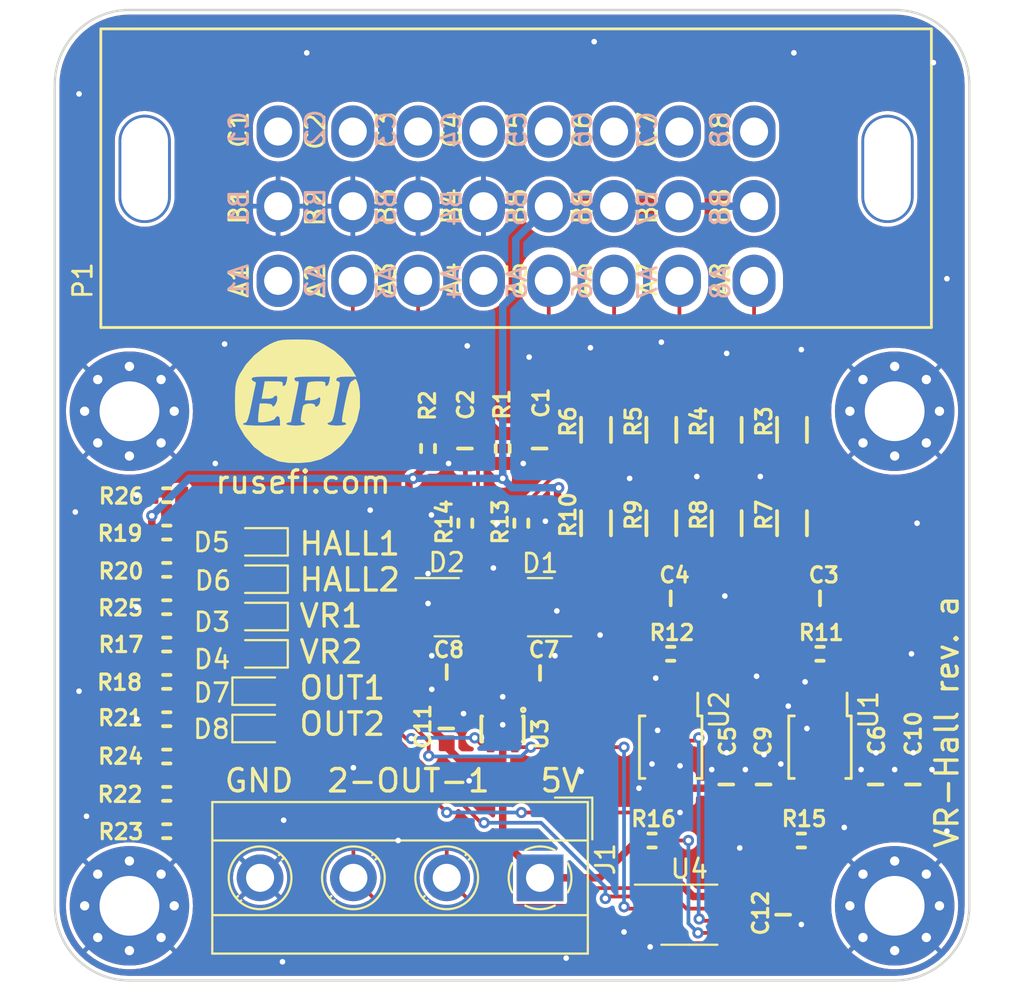
<source format=kicad_pcb>
(kicad_pcb (version 20221018) (generator pcbnew)
  (title_block (title "GDI 4ch") (date "2023-05-14") (rev "Rev. d") (company "http://rusefi.com/"))
  (layers (0 "F.Cu" signal) (31 "B.Cu" signal) (34 "B.Paste" user) (35 "F.Paste" user) (36 "B.SilkS" user "B.Silkscreen") (37 "F.SilkS" user "F.Silkscreen") (38 "B.Mask" user) (39 "F.Mask" user) (44 "Edge.Cuts" user))
  (net 0 "")
  (net 1 "/IN_HALL1")
  (net 2 "GND")
  (net 3 "/IN_HALL2")
  (net 4 "Net-(U1-IN-)")
  (net 5 "Net-(U1-IN+)")
  (net 6 "Net-(U2-IN-)")
  (net 7 "Net-(U2-IN+)")
  (net 8 "+5V")
  (net 9 "Net-(C7-Pad1)")
  (net 10 "Net-(C8-Pad1)")
  (net 11 "/VR1")
  (net 12 "Net-(D3-A)")
  (net 13 "/VR2")
  (net 14 "Net-(D4-A)")
  (net 15 "/HALL1")
  (net 16 "/HALL2")
  (net 17 "Net-(D7-K)")
  (net 18 "/OUT1")
  (net 19 "Net-(D8-K)")
  (net 20 "/OUT2")
  (net 23 "/IN_VR2-")
  (net 24 "/IN_VR2+")
  (net 25 "/IN_VR1-")
  (net 26 "/IN_VR1+")
  (net 35 "Net-(R3-Pad1)")
  (net 36 "Net-(R4-Pad1)")
  (net 37 "Net-(R5-Pad1)")
  (net 38 "Net-(R10-Pad2)")
  (net 43 "Net-(D5-A)")
  (net 44 "Net-(D6-A)")
  (footprint "Package_SO:MSOP-10_3x3mm_P0.5mm" (layer "F.Cu") (at 111 131.5 -90)
    (fp_text reference "U1")
    (fp_text value "MAX9924UAUB+")
  )
  (footprint "hellen-one-common:C0603" (layer "F.Cu") (at 111 123.5)
    (fp_text reference "C3")
    (fp_text value "1n" hide)
  )
  (footprint "LED_SMD:LED_0603_1608Metric" (layer "F.Cu") (at 81 130.5)
    (fp_text reference "D8")
    (fp_text value "GREEN")
  )
  (footprint "hellen-one-common:R1206" (layer "F.Cu") (at 99 114.5 90)
    (fp_text reference "R6")
    (fp_text value "4.7k" hide)
  )
  (footprint "hellen-one-common:R0603" (layer "F.Cu") (at 76 134 180)
    (fp_text reference "R22")
    (fp_text value "10k" hide)
  )
  (footprint "hellen-one-common:R0603" (layer "F.Cu") (at 102 136.5 180)
    (fp_text reference "R16")
    (fp_text value "10k" hide)
  )
  (footprint "hellen-one-common:R0603" (layer "F.Cu") (at 76 130 180)
    (fp_text reference "R21")
    (fp_text value "10k" hide)
  )
  (footprint "hellen-one-common:R0603" (layer "F.Cu") (at 110 136.5 180)
    (fp_text reference "R15")
    (fp_text value "10k" hide)
  )
  (footprint "hellen-one-common:C0603" (layer "F.Cu") (at 103 123.5)
    (fp_text reference "C4")
    (fp_text value "1n" hide)
  )
  (footprint "hellen-one-common:C0603" (layer "F.Cu") (at 109 140.475 90)
    (fp_text reference "C12")
    (fp_text value "100n" hide)
  )
  (footprint "hellen-one-common:R0603" (layer "F.Cu") (at 76 120 180)
    (fp_text reference "R19")
    (fp_text value "10k" hide)
  )
  (footprint "hellen-one-common:SOT-363" (layer "F.Cu") (at 94 130.5 -90)
    (fp_text reference "U3")
    (fp_text value "74HC2G17GW")
  )
  (footprint "hellen-one-common:R0603" (layer "F.Cu") (at 76 128 180)
    (fp_text reference "R18")
    (fp_text value "10k" hide)
  )
  (footprint "hellen-one-common:R1206" (layer "F.Cu") (at 109.5 119.5 90)
    (fp_text reference "R7")
    (fp_text value "4.7k" hide)
  )
  (footprint "MountingHole:MountingHole_3.2mm_M3_Pad_Via" (layer "F.Cu") (at 74 140)
    (fp_text reference "H4" hide)
    (fp_text value "MountingHole_Pad")
  )
  (footprint "hellen-one-common:R0603" (layer "F.Cu") (at 111 126.5)
    (fp_text reference "R11")
    (fp_text value "DNP" hide)
  )
  (footprint "hellen-one-common:R0603" (layer "F.Cu") (at 90 115.5 90)
    (fp_text reference "R2")
    (fp_text value "4.7k" hide)
  )
  (footprint "hellen-one-common:R0603" (layer "F.Cu") (at 76 136 180)
    (fp_text reference "R23")
    (fp_text value "DNP" hide)
  )
  (footprint "hellen-one-common:R0603" (layer "F.Cu") (at 94 115.5 90)
    (fp_text reference "R1")
    (fp_text value "4.7k" hide)
  )
  (footprint "hellen-one-common:R1206" (layer "F.Cu") (at 109.5 114.5 90)
    (fp_text reference "R3")
    (fp_text value "4.7k" hide)
  )
  (footprint "hellen-one-common:R0603" (layer "F.Cu") (at 76 118 180)
    (fp_text reference "R26")
    (fp_text value "DNP" hide)
  )
  (footprint "TerminalBlock_MetzConnect:TerminalBlock_MetzConnect_Type055_RT01504HDWU_1x04_P5.00mm_Horizontal" (layer "F.Cu") (at 96 138.5 180)
    (fp_text reference "J1")
    (fp_text value "DNP")
  )
  (footprint "hellen-one-common:R0603" (layer "F.Cu") (at 76 122 180)
    (fp_text reference "R20")
    (fp_text value "10k" hide)
  )
  (footprint "LED_SMD:LED_0603_1608Metric" (layer "F.Cu") (at 81 126.5 180)
    (fp_text reference "D4")
    (fp_text value "GREEN")
  )
  (footprint "LED_SMD:LED_0603_1608Metric" (layer "F.Cu") (at 81 122.5 180)
    (fp_text reference "D6")
    (fp_text value "GREEN")
  )
  (footprint "hellen-one-common:C0603" (layer "F.Cu") (at 91 130.5 -90)
    (fp_text reference "C11")
    (fp_text value "100n" hide)
  )
  (footprint "LED_SMD:LED_0603_1608Metric" (layer "F.Cu") (at 81 128.5)
    (fp_text reference "D7")
    (fp_text value "GREEN")
  )
  (footprint "Package_SO:MSOP-8_3x3mm_P0.65mm" (layer "F.Cu") (at 104 140.475)
    (fp_text reference "U4")
    (fp_text value "74LVC2G86")
  )
  (footprint "hellen-one-common:R1206" (layer "F.Cu") (at 106 119.5 90)
    (fp_text reference "R8")
    (fp_text value "4.7k" hide)
  )
  (footprint "hellen-one-common:C0603" (layer "F.Cu") (at 108 133.5 -90)
    (fp_text reference "C9")
    (fp_text value "22u" hide)
  )
  (footprint "hellen-one-common:R0603" (layer "F.Cu") (at 95 119.5 90)
    (fp_text reference "R13")
    (fp_text value "4.7k" hide)
  )
  (footprint "hellen-one-common:C0603" (layer "F.Cu") (at 96 115.5 -90)
    (fp_text reference "C1")
    (fp_text value "1n" hide)
  )
  (footprint "hellen-one-common:C0603" (layer "F.Cu") (at 114 133.5 -90)
    (fp_text reference "C6")
    (fp_text value "100n" hide)
  )
  (footprint "Package_SO:MSOP-10_3x3mm_P0.5mm" (layer "F.Cu") (at 103 131.5 -90)
    (fp_text reference "U2")
    (fp_text value "MAX9924UAUB+")
  )
  (footprint "MountingHole:MountingHole_3.2mm_M3_Pad_Via" (layer "F.Cu") (at 74 113.5)
    (fp_text reference "H1" hide)
    (fp_text value "MountingHole_Pad")
  )
  (footprint "hellen-one-common:C0603" (layer "F.Cu") (at 92 115.5 -90)
    (fp_text reference "C2")
    (fp_text value "1n" hide)
  )
  (footprint "hellen-one-common:C0603" (layer "F.Cu") (at 106 133.5 -90)
    (fp_text reference "C5")
    (fp_text value "100n" hide)
  )
  (footprint "hellen-one-common:C0603" (layer "F.Cu") (at 96 127.5)
    (fp_text reference "C7")
    (fp_text value "1n" hide)
  )
  (footprint "hellen-one-common:R0603" (layer "F.Cu") (at 92 119.5 90)
    (fp_text reference "R14")
    (fp_text value "4.7k" hide)
  )
  (footprint "hellen-one-common:R0603" (layer "F.Cu") (at 76 132 180)
    (fp_text reference "R24")
    (fp_text value "DNP" hide)
  )
  (footprint "hellen-one-common:R1206" (layer "F.Cu") (at 102.5 119.5 90)
    (fp_text reference "R9")
    (fp_text value "4.7k" hide)
  )
  (footprint "hellen-one-common:R0603" (layer "F.Cu") (at 76 126 180)
    (fp_text reference "R17")
    (fp_text value "10k" hide)
  )
  (footprint "hellen-one-common:C0603" (layer "F.Cu") (at 116 133.5 -90)
    (fp_text reference "C10")
    (fp_text value "22u" hide)
  )
  (footprint "MountingHole:MountingHole_3.2mm_M3_Pad_Via" (layer "F.Cu") (at 115 113.5)
    (fp_text reference "H2" hide)
    (fp_text value "MountingHole_Pad")
  )
  (footprint "hellen-one-common:R1206" (layer "F.Cu") (at 102.5 114.5 90)
    (fp_text reference "R5")
    (fp_text value "4.7k" hide)
  )
  (footprint "kicad6-libraries:33311-24AW-2" (layer "F.Cu") (at 81.9675 106.516)
    (fp_text reference "P1")
    (fp_text value "33311-24AW-2")
  )
  (footprint "LED_SMD:LED_0603_1608Metric" (layer "F.Cu") (at 81 124.5 180)
    (fp_text reference "D3")
    (fp_text value "GREEN")
  )
  (footprint "MountingHole:MountingHole_3.2mm_M3_Pad_Via" (layer "F.Cu") (at 115 140)
    (fp_text reference "H3" hide)
    (fp_text value "MountingHole_Pad")
  )
  (footprint "Package_TO_SOT_SMD:SOT-23" (layer "F.Cu") (at 96 124 180)
    (fp_text reference "D1")
    (fp_text value "BAT54S")
  )
  (footprint "hellen-one-common:R0603" (layer "F.Cu") (at 76 124 180)
    (fp_text reference "R25")
    (fp_text value "DNP" hide)
  )
  (footprint "hellen-one-common:R1206" (layer "F.Cu") (at 99 119.5 90)
    (fp_text reference "R10")
    (fp_text value "4.7k" hide)
  )
  (footprint "hellen-one-common:R0603" (layer "F.Cu") (at 103 126.5)
    (fp_text reference "R12")
    (fp_text value "DNP" hide)
  )
  (footprint "kicad6-libraries:rusefi_logo" (layer "F.Cu") (at 83 113)
    (fp_text reference "G1" hide)
    (fp_text value "RUSEFI_LOGO" hide)
  )
  (footprint "LED_SMD:LED_0603_1608Metric" (layer "F.Cu") (at 81 120.5 180)
    (fp_text reference "D5")
    (fp_text value "GREEN")
  )
  (footprint "hellen-one-common:R1206" (layer "F.Cu") (at 106 114.5 90)
    (fp_text reference "R4")
    (fp_text value "4.7k" hide)
  )
  (footprint "Package_TO_SOT_SMD:SOT-23" (layer "F.Cu") (at 91 124)
    (fp_text reference "D2")
    (fp_text value "BAT54S")
  )
  (footprint "hellen-one-common:C0603" (layer "F.Cu") (at 91 127.5 180)
    (fp_text reference "C8")
    (fp_text value "1n" hide)
  )
  (gr_arc (start 70 96) (mid 71.171573 93.171573) (end 74 92) (stroke (width 0.127)) (layer "Edge.Cuts"))
  (gr_arc (start 119 140) (mid 117.828427 142.828427) (end 115 144) (stroke (width 0.127)) (layer "Edge.Cuts"))
  (gr_line (start 74 92) (end 115 92) (stroke (width 0.127)) (layer "Edge.Cuts"))
  (gr_arc (start 74 144) (mid 71.171573 142.828427) (end 70 140) (stroke (width 0.127)) (layer "Edge.Cuts"))
  (gr_line (start 74 144) (end 115 144) (stroke (width 0.127)) (layer "Edge.Cuts"))
  (gr_arc (start 115 92) (mid 117.828427 93.171573) (end 119 96) (stroke (width 0.127)) (layer "Edge.Cuts"))
  (gr_line (start 70 140) (end 70 96) (stroke (width 0.127)) (layer "Edge.Cuts"))
  (gr_line (start 119 96) (end 119 140) (stroke (width 0.127)) (layer "Edge.Cuts"))
  (gr_text "HALL1\nHALL2\nVR1\nVR2\nOUT1\nOUT2" (at 83 130.96457) (layer "F.SilkS") (effects (font (size 1.2 1.2) (thickness 0.18)) (justify left bottom)))
  (gr_text "rusefi.com" (at 78.5 118) (layer "F.SilkS") (effects (font (size 1.2 1.2) (thickness 0.18)) (justify left bottom)))
  (gr_text "GND  2-OUT-1   5V" (at 79 134) (layer "F.SilkS") (effects (font (size 1.2 1.2) (thickness 0.18)) (justify left bottom)))
  (gr_text "VR-Hall rev. a" (at 118.5 137 90) (layer "F.SilkS") (effects (font (size 1.2 1.2) (thickness 0.18)) (justify left bottom)))
  (segment (start 96.675 117.025) (end 95 118.7) (width 0.2) (layer "F.Cu") (net 1))
  (segment (start 96 114.709999) (end 94.009999 114.709999) (width 0.2) (layer "F.Cu") (net 1))
  (segment (start 94.009999 114.709999) (end 94 114.7) (width 0.2) (layer "F.Cu") (net 1))
  (segment (start 89.4675 110.1675) (end 94 114.7) (width 0.2) (layer "F.Cu") (net 1))
  (segment (start 96.675 115.384999) (end 96.675 117.025) (width 0.2) (layer "F.Cu") (net 1))
  (segment (start 89.4675 106.516) (end 89.4675 110.1675) (width 0.2) (layer "F.Cu") (net 1))
  (segment (start 96 114.709999) (end 96.675 115.384999) (width 0.2) (layer "F.Cu") (net 1))
  (via (at 90 122.2) (size 0.6) (drill 0.3) (layers "F.Cu" "B.Cu") (net 2))
  (via (at 106 110.4) (size 0.6) (drill 0.3) (layers "F.Cu" "B.Cu") (net 2))
  (via (at 90.2 128.4) (size 0.6) (drill 0.3) (layers "F.Cu" "B.Cu") (net 2))
  (via (at 82.2 143) (size 0.6) (drill 0.3) (layers "F.Cu" "B.Cu") (net 2))
  (via (at 86.9 118.8) (size 0.6) (drill 0.3) (layers "F.Cu" "B.Cu") (net 2))
  (via (at 93.7 119.5) (size 0.6) (drill 0.3) (layers "F.Cu" "B.Cu") (net 2))
  (via (at 94 128.8) (size 0.6) (drill 0.3) (layers "F.Cu" "B.Cu") (net 2))
  (via (at 96.288 119.391801) (size 0.6) (drill 0.3) (layers "F.Cu" "B.Cu") (net 2))
  (via (at 74.4 118) (size 0.6) (drill 0.3) (layers "F.Cu" "B.Cu") (net 2))
  (via (at 95.1 116.3) (size 0.6) (drill 0.3) (layers "F.Cu" "B.Cu") (net 2))
  (via (at 93.5 121.9) (size 0.6) (drill 0.3) (layers "F.Cu" "B.Cu") (net 2))
  (via (at 79.1 109.9) (size 0.6) (drill 0.3) (layers "F.Cu" "B.Cu") (net 2))
  (via (at 91.9 129.7) (size 0.6) (drill 0.3) (layers "F.Cu" "B.Cu") (net 2))
  (via (at 92.1 110) (size 0.6) (drill 0.3) (layers "F.Cu" "B.Cu") (net 2))
  (via (at 96.8 126.6) (size 0.6) (drill 0.3) (layers "F.Cu" "B.Cu") (net 2))
  (via (at 74.4 130) (size 0.6) (drill 0.3) (layers "F.Cu" "B.Cu") (net 2))
  (via (at 116 131.8) (size 0.6) (drill 0.3) (layers "F.Cu" "B.Cu") (net 2))
  (via (at 91.1 116.3) (size 0.6) (drill 0.3) (layers "F.Cu" "B.Cu") (net 2))
  (via (at 98.7 110.1) (size 0.6) (drill 0.3) (layers "F.Cu" "B.Cu") (net 2))
  (via (at 106 131.8) (size 0.6) (drill 0.3) (layers "F.Cu" "B.Cu") (net 2))
  (via (at 82.263524 135.412469) (size 0.6) (drill 0.3) (layers "F.Cu" "B.Cu") (net 2))
  (via (at 113.2 132.7) (size 0.6) (drill 0.3) (layers "F.Cu" "B.Cu") (net 2))
  (via (at 90.2 126.6) (size 0.6) (drill 0.3) (layers "F.Cu" "B.Cu") (net 2))
  (via (at 97.4 142.8) (size 0.6) (drill 0.3) (layers "F.Cu" "B.Cu") (net 2))
  (via (at 110.2 128) (size 0.6) (drill 0.3) (layers "F.Cu" "B.Cu") (net 2))
  (via (at 117.074117 94.822643) (size 0.6) (drill 0.3) (layers "F.Cu" "B.Cu") (net 2))
  (via (at 109.3 129.3) (size 0.6) (drill 0.3) (layers "F.Cu" "B.Cu") (net 2))
  (via (at 71.7 135.2) (size 0.6) (drill 0.3) (layers "F.Cu" "B.Cu") (net 2))
  (via (at 110 141) (size 0.6) (drill 0.3) (layers "F.Cu" "B.Cu") (net 2))
  (via (at 99.217348 125.493297) (size 0.6) (drill 0.3) (layers "F.Cu" "B.Cu") (net 2))
  (via (at 107 132.7) (size 0.6) (drill 0.3) (layers "F.Cu" "B.Cu") (net 2))
  (via (at 88.4 136.5) (size 0.6) (drill 0.3) (layers "F.Cu" "B.Cu") (net 2))
  (via (at 103.5 132.5) (size 0.6) (drill 0.3) (layers "F.Cu" "B.Cu") (net 2))
  (via (at 98.2 132.8) (size 0.6) (drill 0.3) (layers "F.Cu" "B.Cu") (net 2))
  (via (at 71.3 128.5) (size 0.6) (drill 0.3) (layers "F.Cu" "B.Cu") (net 2))
  (via (at 100.5 141.4) (size 0.6) (drill 0.3) (layers "F.Cu" "B.Cu") (net 2))
  (via (at 117 132.7) (size 0.6) (drill 0.3) (layers "F.Cu" "B.Cu") (net 2))
  (via (at 96.9 124.2) (size 0.6) (drill 0.3) (layers "F.Cu" "B.Cu") (net 2))
  (via (at 92.2 133.3) (size 0.6) (drill 0.3) (layers "F.Cu" "B.Cu") (net 2))
  (via (at 112.3 135.8) (size 0.6) (drill 0.3) (layers "F.Cu" "B.Cu") (net 2))
  (via (at 101.3 133.7) (size 0.6) (drill 0.3) (layers "F.Cu" "B.Cu") (net 2))
  (via (at 114 131.8) (size 0.6) (drill 0.3) (layers "F.Cu" "B.Cu") (net 2))
  (via (at 74.4 124) (size 0.6) (drill 0.3) (layers "F.Cu" "B.Cu") (net 2))
  (via (at 90.179839 119.058798) (size 0.6) (drill 0.3) (layers "F.Cu" "B.Cu") (net 2))
  (via (at 117.8 106.4) (size 0.6) (drill 0.3) (layers "F.Cu" "B.Cu") (net 2))
  (via (at 117.8 136) (size 0.6) (drill 0.3) (layers "F.Cu" "B.Cu") (net 2))
  (via (at 71.3 96.5) (size 0.6) (drill 0.3) (layers "F.Cu" "B.Cu") (net 2))
  (via (at 78.6 116.3) (size 0.6) (drill 0.3) (layers "F.Cu" "B.Cu") (net 2))
  (via (at 116.2 119.5) (size 0.6) (drill 0.3) (layers "F.Cu" "B.Cu") (net 2))
  (via (at 102.5 109.8) (size 0.6) (drill 0.3) (layers "F.Cu" "B.Cu") (net 2))
  (via (at 105.9 123.4) (size 0.6) (drill 0.3) (layers "F.Cu" "B.Cu") (net 2))
  (via (at 90 123.8) (size 0.6) (drill 0.3) (layers "F.Cu" "B.Cu") (net 2))
  (via (at 86 132.6) (size 0.6) (drill 0.3) (layers "F.Cu" "B.Cu") (net 2))
  (via (at 103.5 135) (size 0.6) (drill 0.3) (layers "F.Cu" "B.Cu") (net 2))
  (via (at 102 132.4) (size 0.6) (drill 0.3) (layers "F.Cu" "B.Cu") (net 2))
  (via (at 110.3 130.5) (size 0.6) (drill 0.3) (layers "F.Cu" "B.Cu") (net 2))
  (via (at 102.3 130.6) (size 0.6) (drill 0.3) (layers "F.Cu" "B.Cu") (net 2))
  (via (at 101.9 142.2) (size 0.6) (drill 0.3) (layers "F.Cu" "B.Cu") (net 2))
  (via (at 71.1 118.9) (size 0.6) (drill 0.3) (layers "F.Cu" "B.Cu") (net 2))
  (via (at 95.41562 110.598878) (size 0.6) (drill 0.3) (layers "F.Cu" "B.Cu") (net 2))
  (via (at 110 110.2) (size 0.6) (drill 0.3) (layers "F.Cu" "B.Cu") (net 2))
  (via (at 108 131.9) (size 0.6) (drill 0.3) (layers "F.Cu" "B.Cu") (net 2))
  (via (at 104.4 117) (size 0.6) (drill 0.3) (layers "F.Cu" "B.Cu") (net 2))
  (via (at 94 130.3) (size 0.6) (drill 0.3) (layers "F.Cu" "B.Cu") (net 2))
  (via (at 105.2 132.7) (size 0.6) (drill 0.3) (layers "F.Cu" "B.Cu") (net 2))
  (via (at 108.9 132.4) (size 0.6) (drill 0.3) (layers "F.Cu" "B.Cu") (net 2))
  (via (at 109.6 94.3) (size 0.6) (drill 0.3) (layers "F.Cu" "B.Cu") (net 2))
  (via (at 106.7 136.9) (size 0.6) (drill 0.3) (layers "F.Cu" "B.Cu") (net 2))
  (via (at 115.9 126.5) (size 0.6) (drill 0.3) (layers "F.Cu" "B.Cu") (net 2))
  (via (at 107.8 117) (size 0.6) (drill 0.3) (layers "F.Cu" "B.Cu") (net 2))
  (via (at 102.2 127.8) (size 0.6) (drill 0.3) (layers "F.Cu" "B.Cu") (net 2))
  (via (at 115 132.7) (size 0.6) (drill 0.3) (layers "F.Cu" "B.Cu") (net 2))
  (via (at 107.6 127.7) (size 0.6) (drill 0.3) (layers "F.Cu" "B.Cu") (net 2))
  (via (at 100.8 117.1) (size 0.6) (drill 0.3) (layers "F.Cu" "B.Cu") (net 2))
  (via (at 98.9 93.7) (size 0.6) (drill 0.3) (layers "F.Cu" "B.Cu") (net 2))
  (via (at 83.5 94.3) (size 0.6) (drill 0.3) (layers "F.Cu" "B.Cu") (net 2))
  (segment (start 90 114.7) (end 85.9675 110.6675) (width 0.2) (layer "F.Cu") (net 3))
  (segment (start 92.675 115.384999) (end 92.675 118.025) (width 0.2) (layer "F.Cu") (net 3))
  (segment (start 92 114.709999) (end 90.009999 114.709999) (width 0.2) (layer "F.Cu") (net 3))
  (segment (start 90.009999 114.709999) (end 90 114.7) (width 0.2) (layer "F.Cu") (net 3))
  (segment (start 85.9675 110.6675) (end 85.9675 106.516) (width 0.2) (layer "F.Cu") (net 3))
  (segment (start 92.675 118.025) (end 92 118.7) (width 0.2) (layer "F.Cu") (net 3))
  (segment (start 92 114.709999) (end 92.675 115.384999) (width 0.2) (layer "F.Cu") (net 3))
  (segment (start 110.209999 123.5) (end 110.209999 126.490001) (width 0.2) (layer "F.Cu") (net 4))
  (segment (start 111.5 129.3) (end 111.5 127.8) (width 0.2) (layer "F.Cu") (net 4))
  (segment (start 110.209999 126.490001) (end 110.2 126.5) (width 0.2) (layer "F.Cu") (net 4))
  (segment (start 111.5 127.8) (end 110.2 126.5) (width 0.2) (layer "F.Cu") (net 4))
  (segment (start 108.54999 123.5) (end 110.209999 123.5) (width 0.2) (layer "F.Cu") (net 4))
  (segment (start 106 120.95001) (end 108.54999 123.5) (width 0.2) (layer "F.Cu") (net 4))
  (segment (start 109.5 121.209999) (end 111.790001 123.5) (width 0.2) (layer "F.Cu") (net 5))
  (segment (start 111.790001 126.490001) (end 111.8 126.5) (width 0.2) (layer "F.Cu") (net 5))
  (segment (start 109.5 120.95001) (end 109.5 121.209999) (width 0.2) (layer "F.Cu") (net 5))
  (segment (start 111.790001 123.5) (end 111.790001 126.490001) (width 0.2) (layer "F.Cu") (net 5))
  (segment (start 112 126.7) (end 112 129.3) (width 0.2) (layer "F.Cu") (net 5))
  (segment (start 111.8 126.5) (end 112 126.7) (width 0.2) (layer "F.Cu") (net 5))
  (segment (start 99 120.95001) (end 101.54999 123.5) (width 0.2) (layer "F.Cu") (net 6))
  (segment (start 102.2 123.509999) (end 102.209999 123.5) (width 0.2) (layer "F.Cu") (net 6))
  (segment (start 103.5 127.8) (end 102.2 126.5) (width 0.2) (layer "F.Cu") (net 6))
  (segment (start 102.2 126.5) (end 102.2 123.509999) (width 0.2) (layer "F.Cu") (net 6))
  (segment (start 103.5 129.3) (end 103.5 127.8) (width 0.2) (layer "F.Cu") (net 6))
  (segment (start 101.54999 123.5) (end 102.209999 123.5) (width 0.2) (layer "F.Cu") (net 6))
  (segment (start 102.5 120.95001) (end 103.790001 122.240011) (width 0.2) (layer "F.Cu") (net 7))
  (segment (start 103.790001 123.5) (end 103.790001 126.490001) (width 0.2) (layer "F.Cu") (net 7))
  (segment (start 103.790001 126.490001) (end 103.8 126.5) (width 0.2) (layer "F.Cu") (net 7))
  (segment (start 103.790001 122.240011) (end 103.790001 123.5) (width 0.2) (layer "F.Cu") (net 7))
  (segment (start 103.8 126.5) (end 104 126.7) (width 0.2) (layer "F.Cu") (net 7))
  (segment (start 104 126.7) (end 104 129.3) (width 0.2) (layer "F.Cu") (net 7))
  (segment (start 109 139.684999) (end 108.815001 139.5) (width 0.4) (layer "F.Cu") (net 8))
  (segment (start 75.8 122.6) (end 75.8 125.4) (width 0.2) (layer "F.Cu") (net 8))
  (segment (start 96 138.5) (end 94 136.5) (width 0.4) (layer "F.Cu") (net 8))
  (segment (start 91 131.5) (end 91 131.290001) (width 0.4) (layer "F.Cu") (net 8))
  (segment (start 93.875 132.125) (end 91.625 132.125) (width 0.4) (layer "F.Cu") (net 8))
  (segment (start 99.2 138.5) (end 96 138.5) (width 0.4) (layer "F.Cu") (net 8))
  (segment (start 76.2 133) (end 76.2 135) (width 0.2) (layer "F.Cu") (net 8))
  (segment (start 114 134.290001) (end 116 134.290001) (width 0.4) (layer "F.Cu") (net 8))
  (segment (start 111.85 132.5) (end 112 132.65) (width 0.4) (layer "F.Cu") (net 8))
  (segment (start 91.625 132.125) (end 91 131.5) (width 0.4) (layer "F.Cu") (net 8))
  (segment (start 94 117.1) (end 94 116.3) (width 0.4) (layer "F.Cu") (net 8))
  (segment (start 101.2 136.5) (end 99.2 138.5) (width 0.4) (layer "F.Cu") (net 8))
  (segment (start 94 132) (end 93.875 132.125) (width 0.4) (layer "F.Cu") (net 8))
  (segment (start 96.9375 117.6625) (end 97 117.6) (width 0.4) (layer "F.Cu") (net 8))
  (segment (start 75.2 132) (end 76.2 133) (width 0.2) (layer "F.Cu") (net 8))
  (segment (start 94 136.5) (end 94 131.45) (width 0.4) (layer "F.Cu") (net 8))
  (segment (start 75.2 120) (end 75.2 122) (width 0.2) (layer "F.Cu") (net 8))
  (segment (start 75.2 119.1) (end 75.2 120) (width 0.4) (layer "F.Cu") (net 8))
  (segment (start 106 134.290001) (end 108 134.290001) (width 0.4) (layer "F.Cu") (net 8))
  (segment (start 89.434999 125.577501) (end 90.0625 124.95) (width 0.4) (layer "F.Cu") (net 8))
  (segment (start 112 133.7) (end 113.409999 133.7) (width 0.4) (layer "F.Cu") (net 8))
  (segment (start 94 131.45) (end 94 132) (width 0.4) (layer "F.Cu") (net 8))
  (segment (start 113.409999 133.7) (end 114 134.290001) (width 0.4) (layer "F.Cu") (net 8))
  (segment (start 76.2 135) (end 75.2 136) (width 0.2) (layer "F.Cu") (net 8))
  (segment (start 109.2 139.484999) (end 109 139.684999) (width 0.4) (layer "F.Cu") (net 8))
  (segment (start 89.434999 129.299309) (end 89.434999 125.577501) (width 0.4) (layer "F.Cu") (net 8))
  (segment (start 104 133.7) (end 105.409999 133.7) (width 0.4) (layer "F.Cu") (net 8))
  (segment (start 105.409999 133.7) (end 106 134.290001) (width 0.4) (layer "F.Cu") (net 8))
  (segment (start 90.0625 124.95) (end 88.975 123.8625) (width 0.4) (layer "F.Cu") (net 8))
  (segment (start 96.9375 123.05) (end 96.9375 117.6625) (width 0.4) (layer "F.Cu") (net 8))
  (segment (start 88.975 117.325) (end 90 116.3) (width 0.4) (layer "F.Cu") (net 8))
  (segment (start 75.8 128.6) (end 75.8 131.4) (width 0.2) (layer "F.Cu") (net 8))
  (segment (start 108 134.290001) (end 108 135.3) (width 0.4) (layer "F.Cu") (net 8))
  (segment (start 89.449501 129.739502) (end 89.449501 129.313811) (width 0.4) (layer "F.Cu") (net 8))
  (segment (start 89.449501 129.313811) (end 89.434999 129.299309) (width 0.4) (layer "F.Cu") (net 8))
  (segment (start 75.2 128) (end 75.8 128.6) (width 0.2) (layer "F.Cu") (net 8))
  (segment (start 106.1125 139.5) (end 104.2 139.5) (width 0.4) (layer "F.Cu") (net 8))
  (segment (start 75.2 122) (end 75.8 122.6) (width 0.2) (layer "F.Cu") (net 8))
  (segment (start 91 131.290001) (end 89.449501 129.739502) (width 0.4) (layer "F.Cu") (net 8))
  (segment (start 112 132.65) (end 112 133.7) (width 0.4) (layer "F.Cu") (net 8))
  (segment (start 75.8 131.4) (end 75.2 132) (width 0.2) (layer "F.Cu") (net 8))
  (segment (start 104.2 139.5) (end 101.2 136.5) (width 0.4) (layer "F.Cu") (net 8))
  (segment (start 108 134.290001) (end 109.790001 132.5) (width 0.4) (layer "F.Cu") (net 8))
  (segment (start 109.790001 132.5) (end 111.85 132.5) (width 0.4) (layer "F.Cu") (net 8))
  (segment (start 109.2 136.5) (end 109.2 139.484999) (width 0.4) (layer "F.Cu") (net 8))
  (segment (start 108 135.3) (end 109.2 136.5) (width 0.4) (layer "F.Cu") (net 8))
  (segment (start 75.8 125.4) (end 75.2 126) (width 0.2) (layer "F.Cu") (net 8))
  (segment (start 75.2 126) (end 75.2 128) (width 0.2) (layer "F.Cu") (net 8))
  (segment (start 108.815001 139.5) (end 106.1125 139.5) (width 0.4) (layer "F.Cu") (net 8))
  (segment (start 88.975 123.8625) (end 88.975 117.325) (width 0.4) (layer "F.Cu") (net 8))
  (via (at 97 117.6) (size 0.6) (drill 0.3) (layers "F.Cu" "B.Cu") (net 8))
  (via (at 89.2 117.1) (size 0.6) (drill 0.3) (layers "F.Cu" "B.Cu") (net 8))
  (via (at 94 117.1) (size 0.6) (drill 0.3) (layers "F.Cu" "B.Cu") (net 8))
  (via (at 75.2 119.1) (size 0.6) (drill 0.3) (layers "F.Cu" "B.Cu") (net 8))
  (segment (start 89.2 117.1) (end 94 117.1) (width 0.4) (layer "B.Cu") (net 8))
  (segment (start 97 117.6) (end 94.5 117.6) (width 0.4) (layer "B.Cu") (net 8))
  (segment (start 94.7 107.15482) (end 94.7 104.2835) (width 0.4) (layer "B.Cu") (net 8))
  (segment (start 94.7 104.2835) (end 96.4675 102.516) (width 0.4) (layer "B.Cu") (net 8))
  (segment (start 77.2 117.1) (end 75.2 119.1) (width 0.4) (layer "B.Cu") (net 8))
  (segment (start 94.5 117.6) (end 94 117.1) (width 0.4) (layer "B.Cu") (net 8))
  (segment (start 94 107.85482) (end 94.7 107.15482) (width 0.4) (layer "B.Cu") (net 8))
  (segment (start 96.4675 102.516) (end 107.4675 102.516) (width 0.4) (layer "B.Cu") (net 8))
  (segment (start 89.2 117.1) (end 77.2 117.1) (width 0.4) (layer "B.Cu") (net 8))
  (segment (start 94 117.1) (end 94 107.85482) (width 0.4) (layer "B.Cu") (net 8))
  (segment (start 95.0625 124) (end 95.0625 127.352501) (width 0.2) (layer "F.Cu") (net 9))
  (segment (start 95.209999 127.5) (end 95.209999 128.990001) (width 0.2) (layer "F.Cu") (net 9))
  (segment (start 95.0625 120.3625) (end 95.0625 124) (width 0.2) (layer "F.Cu") (net 9))
  (segment (start 95.209999 128.990001) (end 94.65 129.55) (width 0.2) (layer "F.Cu") (net 9))
  (segment (start 95 120.3) (end 95.0625 120.3625) (width 0.2) (layer "F.Cu") (net 9))
  (segment (start 95.0625 127.352501) (end 95.209999 127.5) (width 0.2) (layer "F.Cu") (net 9))
  (segment (start 91.9375 127.352501) (end 91.790001 127.5) (width 0.2) (layer "F.Cu") (net 10))
  (segment (start 91.9375 124) (end 91.9375 127.352501) (width 0.2) (layer "F.Cu") (net 10))
  (segment (start 92 120.3) (end 92 123.9375) (width 0.2) (layer "F.Cu") (net 10))
  (segment (start 92 123.9375) (end 91.9375 124) (width 0.2) (layer "F.Cu") (net 10))
  (segment (start 91.790001 127.990001) (end 93.35 129.55) (width 0.2) (layer "F.Cu") (net 10))
  (segment (start 91.790001 127.5) (end 91.790001 127.990001) (width 0.2) (layer "F.Cu") (net 10))
  (segment (start 92.837 135.5495) (end 93 135.5495) (width 0.2) (layer "F.Cu") (net 11))
  (segment (start 110.5 136.2) (end 110.8 136.5) (width 0.2) (layer "F.Cu") (net 11))
  (segment (start 103.5 140.455025) (end 102.544975 139.5) (width 0.2) (layer "F.Cu") (net 11))
  (segment (start 102.544975 139.5) (end 101.8875 139.5) (width 0.2) (layer "F.Cu") (net 11))
  (segment (start 110 142) (end 104 142) (width 0.2) (layer "F.Cu") (net 11))
  (segment (start 104 142) (end 103.5 141.5) (width 0.2) (layer "F.Cu") (net 11))
  (segment (start 110.5 133.7) (end 110.5 136.2) (width 0.2) (layer "F.Cu") (net 11))
  (segment (start 101.8875 139.5) (end 99.605936 139.5) (width 0.2) (layer "F.Cu") (net 11))
  (segment (start 110.8 136.5) (end 110.8 141.2) (width 0.2) (layer "F.Cu") (net 11))
  (segment (start 81.7875 124.5) (end 92.837 135.5495) (width 0.2) (layer "F.Cu") (net 11))
  (segment (start 110.8 141.2) (end 110 142) (width 0.2) (layer "F.Cu") (net 11))
  (segment (start 103.5 141.5) (end 103.5 140.455025) (width 0.2) (layer "F.Cu") (net 11))
  (segment (start 99.605936 139.5) (end 99.5 139.605936) (width 0.2) (layer "F.Cu") (net 11))
  (via (at 93 135.5495) (size 0.6) (drill 0.3) (layers "F.Cu" "B.Cu") (net 11))
  (via (at 99.5 139.605936) (size 0.6) (drill 0.3) (layers "F.Cu" "B.Cu") (net 11))
  (segment (start 99.5 139) (end 99.5 139.605936) (width 0.2) (layer "B.Cu") (net 11))
  (segment (start 93 135.5495) (end 96.0495 135.5495) (width 0.2) (layer "B.Cu") (net 11))
  (segment (start 96.0495 135.5495) (end 99.5 139) (width 0.2) (layer "B.Cu") (net 11))
  (segment (start 80.2125 124.5) (end 78.3 124.5) (width 0.2) (layer "F.Cu") (net 12))
  (segment (start 78.3 124.5) (end 76.8 126) (width 0.2) (layer "F.Cu") (net 12))
  (segment (start 106.1125 141.45) (end 106.112 141.4505) (width 0.2) (layer "F.Cu") (net 13))
  (segment (start 95 135) (end 101.3 135) (width 0.2) (layer "F.Cu") (net 13))
  (segment (start 101.3 135) (end 102.8 136.5) (width 0.2) (layer "F.Cu") (net 13))
  (segment (start 82.5 126.5) (end 91 135) (width 0.2) (layer "F.Cu") (net 13))
  (segment (start 102.5 136.2) (end 102.8 136.5) (width 0.2) (layer "F.Cu") (net 13))
  (segment (start 102.8 136.5) (end 103.9505 136.5) (width 0.2) (layer "F.Cu") (net 13))
  (segment (start 102.5 133.7) (end 102.5 136.2) (width 0.2) (layer "F.Cu") (net 13))
  (segment (start 81.7875 126.5) (end 82.5 126.5) (width 0.2) (layer "F.Cu") (net 13))
  (segment (start 106.112 141.4505) (end 104.460976 141.4505) (width 0.2) (layer "F.Cu") (net 13))
  (via (at 103.9505 136.5) (size 0.6) (drill 0.3) (layers "F.Cu" "B.Cu") (net 13))
  (via (at 95 135) (size 0.6) (drill 0.3) (layers "F.Cu" "B.Cu") (net 13))
  (via (at 104.460976 141.4505) (size 0.6) (drill 0.3) (layers "F.Cu" "B.Cu") (net 13))
  (via (at 91 135) (size 0.6) (drill 0.3) (layers "F.Cu" "B.Cu") (net 13))
  (segment (start 103.9505 136.5) (end 103.9505 140.940024) (width 0.2) (layer "B.Cu") (net 13))
  (segment (start 91 135) (end 95 135) (width 0.2) (layer "B.Cu") (net 13))
  (segment (start 103.9505 140.940024) (end 104.460976 141.4505) (width 0.2) (layer "B.Cu") (net 13))
  (segment (start 76.8 128) (end 78.3 126.5) (width 0.2) (layer "F.Cu") (net 14))
  (segment (start 78.3 126.5) (end 80.2125 126.5) (width 0.2) (layer "F.Cu") (net 14))
  (segment (start 81.7875 120.5) (end 82.824501 121.537001) (width 0.2) (layer "F.Cu") (net 15))
  (segment (start 90.033951 131.192229) (end 90.033951 131.96934) (width 0.2) (layer "F.Cu") (net 15))
  (segment (start 95.5 131.5) (end 94.7 131.5) (width 0.2) (layer "F.Cu") (net 15))
  (segment (start 82.824501 121.537001) (end 82.824501 123.982779) (width 0.2) (layer "F.Cu") (net 15))
  (segment (start 100.5 131.5) (end 95.5 131.5) (width 0.2) (layer "F.Cu") (net 15))
  (segment (start 101.8875 140.15) (end 100.6005 140.15) (width 0.2) (layer "F.Cu") (net 15))
  (segment (start 94.7 131.5) (end 94.65 131.45) (width 0.2) (layer "F.Cu") (net 15))
  (segment (start 82.824501 123.982779) (end 90.033951 131.192229) (width 0.2) (layer "F.Cu") (net 15))
  (segment (start 100.6005 140.15) (end 100.5 140.0495) (width 0.2) (layer "F.Cu") (net 15))
  (via (at 100.5 131.5) (size 0.6) (drill 0.3) (layers "F.Cu" "B.Cu") (net 15))
  (via (at 100.5 140.0495) (size 0.6) (drill 0.3) (layers "F.Cu" "B.Cu") (net 15))
  (via (at 95.5 131.5) (size 0.6) (drill 0.3) (layers "F.Cu" "B.Cu") (net 15))
  (via (at 90.033951 131.96934) (size 0.6) (drill 0.3) (layers "F.Cu" "B.Cu") (net 15))
  (segment (start 90.064611 132) (end 90.033951 131.96934) (width 0.2) (layer "B.Cu") (net 15))
  (segment (start 95 132) (end 90.064611 132) (width 0.2) (layer "B.Cu") (net 15))
  (segment (start 100.5 131.5) (end 100.5 140.0495) (width 0.2) (layer "B.Cu") (net 15))
  (segment (start 95.5 131.5) (end 95 132) (width 0.2) (layer "B.Cu") (net 15))
  (segment (start 104.3505 131.1495) (end 102.072389 131.1495) (width 0.2) (layer "F.Cu") (net 16))
  (segment (start 92.95 131.45) (end 92.5 131) (width 0.2) (layer "F.Cu") (net 16))
  (segment (start 82.475 124.69323) (end 88.819822 131.038052) (width 0.2) (layer "F.Cu") (net 16))
  (segment (start 101.797889 130.875) (end 93.719878 130.875) (width 0.2) (layer "F.Cu") (net 16))
  (segment (start 106.1125 140.8) (end 104.621793 140.8) (width 0.2) (layer "F.Cu") (net 16))
  (segment (start 82.475 123.1875) (end 82.475 124.69323) (width 0.2) (layer "F.Cu") (net 16))
  (segment (start 104.5 131) (end 104.3505 131.1495) (width 0.2) (layer "F.Cu") (net 16))
  (segment (start 102.072389 131.1495) (end 101.797889 130.875) (width 0.2) (layer "F.Cu") (net 16))
  (segment (start 81.7875 122.5) (end 82.475 123.1875) (width 0.2) (layer "F.Cu") (net 16))
  (segment (start 93.35 131.244878) (end 93.35 131.45) (width 0.2) (layer "F.Cu") (net 16))
  (segment (start 88.819822 131.038052) (end 89.102663 131.038052) (width 0.2) (layer "F.Cu") (net 16))
  (segment (start 93.35 131.45) (end 92.95 131.45) (width 0.2) (layer "F.Cu") (net 16))
  (segment (start 93.719878 130.875) (end 93.35 131.244878) (width 0.2) (layer "F.Cu") (net 16))
  (segment (start 104.621793 140.8) (end 104.52558 140.703787) (width 0.2) (layer "F.Cu") (net 16))
  (via (at 89.102663 131.038052) (size 0.6) (drill 0.3) (layers "F.Cu" "B.Cu") (net 16))
  (via (at 104.5 131) (size 0.6) (drill 0.3) (layers "F.Cu" "B.Cu") (net 16))
  (via (at 104.52558 140.703787) (size 0.6) (drill 0.3) (layers "F.Cu" "B.Cu") (net 16))
  (via (at 92.5 131) (size 0.6) (drill 0.3) (layers "F.Cu" "B.Cu") (net 16))
  (segment (start 104.5 131) (end 104.5 140.678207) (width 0.2) (layer "B.Cu") (net 16))
  (segment (start 92.5 131) (end 89.140715 131) (width 0.2) (layer "B.Cu") (net 16))
  (segment (start 104.5 140.678207) (end 104.52558 140.703787) (width 0.2) (layer "B.Cu") (net 16))
  (segment (start 89.140715 131) (end 89.102663 131.038052) (width 0.2) (layer "B.Cu") (net 16))
  (segment (start 76.8 130) (end 78.3 128.5) (width 0.2) (layer "F.Cu") (net 17))
  (segment (start 76.8 132) (end 76.8 130) (width 0.2) (layer "F.Cu") (net 17))
  (segment (start 78.3 128.5) (end 80.2125 128.5) (width 0.2) (layer "F.Cu") (net 17))
  (segment (start 106.1125 140.15) (end 103.844975 140.15) (width 0.2) (layer "F.Cu") (net 18))
  (segment (start 97.5 140) (end 92.5 140) (width 0.2) (layer "F.Cu") (net 18))
  (segment (start 102.744975 139.05) (end 98.45 139.05) (width 0.2) (layer "F.Cu") (net 18))
  (segment (start 81.7875 128.5) (end 83 128.5) (width 0.2) (layer "F.Cu") (net 18))
  (segment (start 98.45 139.05) (end 97.5 140) (width 0.2) (layer "F.Cu") (net 18))
  (segment (start 91 136.5) (end 91 138.5) (width 0.2) (layer "F.Cu") (net 18))
  (segment (start 103.844975 140.15) (end 102.744975 139.05) (width 0.2) (layer "F.Cu") (net 18))
  (segment (start 92.5 140) (end 91 138.5) (width 0.2) (layer "F.Cu") (net 18))
  (segment (start 83 128.5) (end 91 136.5) (width 0.2) (layer "F.Cu") (net 18))
  (segment (start 76.8 133.9125) (end 80.2125 130.5) (width 0.2) (layer "F.Cu") (net 19))
  (segment (start 76.8 134) (end 76.8 133.9125) (width 0.2) (layer "F.Cu") (net 19))
  (segment (start 76.8 136) (end 76.8 134) (width 0.2) (layer "F.Cu") (net 19))
  (segment (start 88.3 140.8) (end 86 138.5) (width 0.2) (layer "F.Cu") (net 20))
  (segment (start 81.7875 130.5) (end 86 134.7125) (width 0.2) (layer "F.Cu") (net 20))
  (segment (start 101.8875 140.8) (end 88.3 140.8) (width 0.2) (layer "F.Cu") (net 20))
  (segment (start 86 134.7125) (end 86 138.5) (width 0.2) (layer "F.Cu") (net 20))
  (segment (start 96.4675 110.51749) (end 99 113.04999) (width 0.2) (layer "F.Cu") (net 23))
  (segment (start 96.4675 106.516) (end 96.4675 110.51749) (width 0.2) (layer "F.Cu") (net 23))
  (segment (start 99.9675 110.51749) (end 102.5 113.04999) (width 0.2) (layer "F.Cu") (net 24))
  (segment (start 99.9675 106.516) (end 99.9675 110.51749) (width 0.2) (layer "F.Cu") (net 24))
  (segment (start 103.4675 110.51749) (end 106 113.04999) (width 0.2) (layer "F.Cu") (net 25))
  (segment (start 103.4675 106.516) (end 103.4675 110.51749) (width 0.2) (layer "F.Cu") (net 25))
  (segment (start 107.4675 106.516) (end 107.4675 111.01749) (width 0.2) (layer "F.Cu") (net 26))
  (segment (start 107.4675 111.01749) (end 109.5 113.04999) (width 0.2) (layer "F.Cu") (net 26))
  (segment (start 109.5 115.95001) (end 109.5 118.04999) (width 0.2) (layer "F.Cu") (net 35))
  (segment (start 106 115.95001) (end 106 118.04999) (width 0.2) (layer "F.Cu") (net 36))
  (segment (start 102.5 115.95001) (end 102.5 118.04999) (width 0.2) (layer "F.Cu") (net 37))
  (segment (start 99 115.95001) (end 99 118.04999) (width 0.2) (layer "F.Cu") (net 38))
  (segment (start 76.8 120) (end 76.8 118) (width 0.2) (layer "F.Cu") (net 43))
  (segment (start 80.2125 120.5) (end 77.3 120.5) (width 0.2) (layer "F.Cu") (net 43))
  (segment (start 77.3 120.5) (end 76.8 120) (width 0.2) (layer "F.Cu") (net 43))
  (segment (start 76.8 124) (end 76.8 122) (width 0.2) (layer "F.Cu") (net 44))
  (segment (start 76.8 122) (end 79.7125 122) (width 0.2) (layer "F.Cu") (net 44))
  (segment (start 79.7125 122) (end 80.2125 122.5) (width 0.2) (layer "F.Cu") (net 44))
  (zone (net 2) (net_name "GND") (layers "F&B.Cu") (connect_pads (clearance 0.2)) (min_thickness 0.25) (fill yes (thermal_gap 0.2) (thermal_bridge_width 0.25))
    (polygon (pts (xy 70 91.5) (xy 119 91.5) (xy 119 144) (xy 70 144)))
  )
)
</source>
